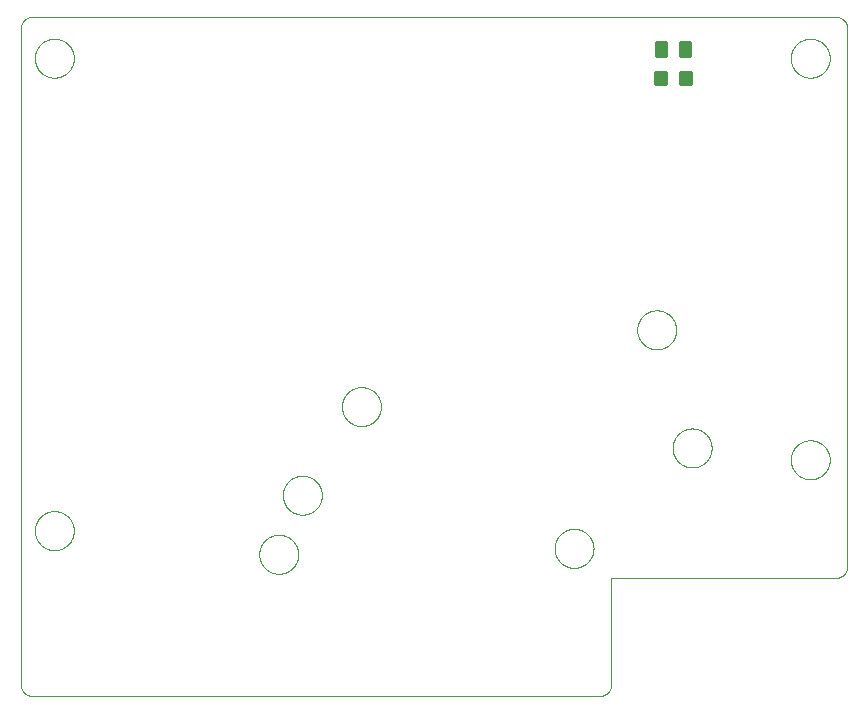
<source format=gtp>
G75*
%MOIN*%
%OFA0B0*%
%FSLAX25Y25*%
%IPPOS*%
%LPD*%
%AMOC8*
5,1,8,0,0,1.08239X$1,22.5*
%
%ADD10C,0.00000*%
%ADD11C,0.01602*%
%ADD12C,0.01606*%
D10*
X0005437Y0001500D02*
X0194413Y0001500D01*
X0194537Y0001502D01*
X0194660Y0001508D01*
X0194784Y0001517D01*
X0194906Y0001531D01*
X0195029Y0001548D01*
X0195151Y0001570D01*
X0195272Y0001595D01*
X0195392Y0001624D01*
X0195511Y0001656D01*
X0195630Y0001693D01*
X0195747Y0001733D01*
X0195862Y0001776D01*
X0195977Y0001824D01*
X0196089Y0001875D01*
X0196200Y0001929D01*
X0196310Y0001987D01*
X0196417Y0002048D01*
X0196523Y0002113D01*
X0196626Y0002181D01*
X0196727Y0002252D01*
X0196826Y0002326D01*
X0196923Y0002403D01*
X0197017Y0002484D01*
X0197108Y0002567D01*
X0197197Y0002653D01*
X0197283Y0002742D01*
X0197366Y0002833D01*
X0197447Y0002927D01*
X0197524Y0003024D01*
X0197598Y0003123D01*
X0197669Y0003224D01*
X0197737Y0003327D01*
X0197802Y0003433D01*
X0197863Y0003540D01*
X0197921Y0003650D01*
X0197975Y0003761D01*
X0198026Y0003873D01*
X0198074Y0003988D01*
X0198117Y0004103D01*
X0198157Y0004220D01*
X0198194Y0004339D01*
X0198226Y0004458D01*
X0198255Y0004578D01*
X0198280Y0004699D01*
X0198302Y0004821D01*
X0198319Y0004944D01*
X0198333Y0005066D01*
X0198342Y0005190D01*
X0198348Y0005313D01*
X0198350Y0005437D01*
X0198350Y0040870D01*
X0273154Y0040870D01*
X0273278Y0040872D01*
X0273401Y0040878D01*
X0273525Y0040887D01*
X0273647Y0040901D01*
X0273770Y0040918D01*
X0273892Y0040940D01*
X0274013Y0040965D01*
X0274133Y0040994D01*
X0274252Y0041026D01*
X0274371Y0041063D01*
X0274488Y0041103D01*
X0274603Y0041146D01*
X0274718Y0041194D01*
X0274830Y0041245D01*
X0274941Y0041299D01*
X0275051Y0041357D01*
X0275158Y0041418D01*
X0275264Y0041483D01*
X0275367Y0041551D01*
X0275468Y0041622D01*
X0275567Y0041696D01*
X0275664Y0041773D01*
X0275758Y0041854D01*
X0275849Y0041937D01*
X0275938Y0042023D01*
X0276024Y0042112D01*
X0276107Y0042203D01*
X0276188Y0042297D01*
X0276265Y0042394D01*
X0276339Y0042493D01*
X0276410Y0042594D01*
X0276478Y0042697D01*
X0276543Y0042803D01*
X0276604Y0042910D01*
X0276662Y0043020D01*
X0276716Y0043131D01*
X0276767Y0043243D01*
X0276815Y0043358D01*
X0276858Y0043473D01*
X0276898Y0043590D01*
X0276935Y0043709D01*
X0276967Y0043828D01*
X0276996Y0043948D01*
X0277021Y0044069D01*
X0277043Y0044191D01*
X0277060Y0044314D01*
X0277074Y0044436D01*
X0277083Y0044560D01*
X0277089Y0044683D01*
X0277091Y0044807D01*
X0277091Y0223941D01*
X0277089Y0224065D01*
X0277083Y0224188D01*
X0277074Y0224312D01*
X0277060Y0224434D01*
X0277043Y0224557D01*
X0277021Y0224679D01*
X0276996Y0224800D01*
X0276967Y0224920D01*
X0276935Y0225039D01*
X0276898Y0225158D01*
X0276858Y0225275D01*
X0276815Y0225390D01*
X0276767Y0225505D01*
X0276716Y0225617D01*
X0276662Y0225728D01*
X0276604Y0225838D01*
X0276543Y0225945D01*
X0276478Y0226051D01*
X0276410Y0226154D01*
X0276339Y0226255D01*
X0276265Y0226354D01*
X0276188Y0226451D01*
X0276107Y0226545D01*
X0276024Y0226636D01*
X0275938Y0226725D01*
X0275849Y0226811D01*
X0275758Y0226894D01*
X0275664Y0226975D01*
X0275567Y0227052D01*
X0275468Y0227126D01*
X0275367Y0227197D01*
X0275264Y0227265D01*
X0275158Y0227330D01*
X0275051Y0227391D01*
X0274941Y0227449D01*
X0274830Y0227503D01*
X0274718Y0227554D01*
X0274603Y0227602D01*
X0274488Y0227645D01*
X0274371Y0227685D01*
X0274252Y0227722D01*
X0274133Y0227754D01*
X0274013Y0227783D01*
X0273892Y0227808D01*
X0273770Y0227830D01*
X0273647Y0227847D01*
X0273525Y0227861D01*
X0273401Y0227870D01*
X0273278Y0227876D01*
X0273154Y0227878D01*
X0005437Y0227878D01*
X0005313Y0227876D01*
X0005190Y0227870D01*
X0005066Y0227861D01*
X0004944Y0227847D01*
X0004821Y0227830D01*
X0004699Y0227808D01*
X0004578Y0227783D01*
X0004458Y0227754D01*
X0004339Y0227722D01*
X0004220Y0227685D01*
X0004103Y0227645D01*
X0003988Y0227602D01*
X0003873Y0227554D01*
X0003761Y0227503D01*
X0003650Y0227449D01*
X0003540Y0227391D01*
X0003433Y0227330D01*
X0003327Y0227265D01*
X0003224Y0227197D01*
X0003123Y0227126D01*
X0003024Y0227052D01*
X0002927Y0226975D01*
X0002833Y0226894D01*
X0002742Y0226811D01*
X0002653Y0226725D01*
X0002567Y0226636D01*
X0002484Y0226545D01*
X0002403Y0226451D01*
X0002326Y0226354D01*
X0002252Y0226255D01*
X0002181Y0226154D01*
X0002113Y0226051D01*
X0002048Y0225945D01*
X0001987Y0225838D01*
X0001929Y0225728D01*
X0001875Y0225617D01*
X0001824Y0225505D01*
X0001776Y0225390D01*
X0001733Y0225275D01*
X0001693Y0225158D01*
X0001656Y0225039D01*
X0001624Y0224920D01*
X0001595Y0224800D01*
X0001570Y0224679D01*
X0001548Y0224557D01*
X0001531Y0224434D01*
X0001517Y0224312D01*
X0001508Y0224188D01*
X0001502Y0224065D01*
X0001500Y0223941D01*
X0001500Y0005437D01*
X0001502Y0005313D01*
X0001508Y0005190D01*
X0001517Y0005066D01*
X0001531Y0004944D01*
X0001548Y0004821D01*
X0001570Y0004699D01*
X0001595Y0004578D01*
X0001624Y0004458D01*
X0001656Y0004339D01*
X0001693Y0004220D01*
X0001733Y0004103D01*
X0001776Y0003988D01*
X0001824Y0003873D01*
X0001875Y0003761D01*
X0001929Y0003650D01*
X0001987Y0003540D01*
X0002048Y0003433D01*
X0002113Y0003327D01*
X0002181Y0003224D01*
X0002252Y0003123D01*
X0002326Y0003024D01*
X0002403Y0002927D01*
X0002484Y0002833D01*
X0002567Y0002742D01*
X0002653Y0002653D01*
X0002742Y0002567D01*
X0002833Y0002484D01*
X0002927Y0002403D01*
X0003024Y0002326D01*
X0003123Y0002252D01*
X0003224Y0002181D01*
X0003327Y0002113D01*
X0003433Y0002048D01*
X0003540Y0001987D01*
X0003650Y0001929D01*
X0003761Y0001875D01*
X0003873Y0001824D01*
X0003988Y0001776D01*
X0004103Y0001733D01*
X0004220Y0001693D01*
X0004339Y0001656D01*
X0004458Y0001624D01*
X0004578Y0001595D01*
X0004699Y0001570D01*
X0004821Y0001548D01*
X0004944Y0001531D01*
X0005066Y0001517D01*
X0005190Y0001508D01*
X0005313Y0001502D01*
X0005437Y0001500D01*
X0006220Y0056618D02*
X0006222Y0056779D01*
X0006228Y0056939D01*
X0006238Y0057100D01*
X0006252Y0057260D01*
X0006270Y0057420D01*
X0006291Y0057579D01*
X0006317Y0057738D01*
X0006347Y0057896D01*
X0006380Y0058053D01*
X0006418Y0058210D01*
X0006459Y0058365D01*
X0006504Y0058519D01*
X0006553Y0058672D01*
X0006606Y0058824D01*
X0006662Y0058975D01*
X0006723Y0059124D01*
X0006786Y0059272D01*
X0006854Y0059418D01*
X0006925Y0059562D01*
X0006999Y0059704D01*
X0007077Y0059845D01*
X0007159Y0059983D01*
X0007244Y0060120D01*
X0007332Y0060254D01*
X0007424Y0060386D01*
X0007519Y0060516D01*
X0007617Y0060644D01*
X0007718Y0060769D01*
X0007822Y0060891D01*
X0007929Y0061011D01*
X0008039Y0061128D01*
X0008152Y0061243D01*
X0008268Y0061354D01*
X0008387Y0061463D01*
X0008508Y0061568D01*
X0008632Y0061671D01*
X0008758Y0061771D01*
X0008886Y0061867D01*
X0009017Y0061960D01*
X0009151Y0062050D01*
X0009286Y0062137D01*
X0009424Y0062220D01*
X0009563Y0062300D01*
X0009705Y0062376D01*
X0009848Y0062449D01*
X0009993Y0062518D01*
X0010140Y0062584D01*
X0010288Y0062646D01*
X0010438Y0062704D01*
X0010589Y0062759D01*
X0010742Y0062810D01*
X0010896Y0062857D01*
X0011051Y0062900D01*
X0011207Y0062939D01*
X0011363Y0062975D01*
X0011521Y0063006D01*
X0011679Y0063034D01*
X0011838Y0063058D01*
X0011998Y0063078D01*
X0012158Y0063094D01*
X0012318Y0063106D01*
X0012479Y0063114D01*
X0012640Y0063118D01*
X0012800Y0063118D01*
X0012961Y0063114D01*
X0013122Y0063106D01*
X0013282Y0063094D01*
X0013442Y0063078D01*
X0013602Y0063058D01*
X0013761Y0063034D01*
X0013919Y0063006D01*
X0014077Y0062975D01*
X0014233Y0062939D01*
X0014389Y0062900D01*
X0014544Y0062857D01*
X0014698Y0062810D01*
X0014851Y0062759D01*
X0015002Y0062704D01*
X0015152Y0062646D01*
X0015300Y0062584D01*
X0015447Y0062518D01*
X0015592Y0062449D01*
X0015735Y0062376D01*
X0015877Y0062300D01*
X0016016Y0062220D01*
X0016154Y0062137D01*
X0016289Y0062050D01*
X0016423Y0061960D01*
X0016554Y0061867D01*
X0016682Y0061771D01*
X0016808Y0061671D01*
X0016932Y0061568D01*
X0017053Y0061463D01*
X0017172Y0061354D01*
X0017288Y0061243D01*
X0017401Y0061128D01*
X0017511Y0061011D01*
X0017618Y0060891D01*
X0017722Y0060769D01*
X0017823Y0060644D01*
X0017921Y0060516D01*
X0018016Y0060386D01*
X0018108Y0060254D01*
X0018196Y0060120D01*
X0018281Y0059983D01*
X0018363Y0059845D01*
X0018441Y0059704D01*
X0018515Y0059562D01*
X0018586Y0059418D01*
X0018654Y0059272D01*
X0018717Y0059124D01*
X0018778Y0058975D01*
X0018834Y0058824D01*
X0018887Y0058672D01*
X0018936Y0058519D01*
X0018981Y0058365D01*
X0019022Y0058210D01*
X0019060Y0058053D01*
X0019093Y0057896D01*
X0019123Y0057738D01*
X0019149Y0057579D01*
X0019170Y0057420D01*
X0019188Y0057260D01*
X0019202Y0057100D01*
X0019212Y0056939D01*
X0019218Y0056779D01*
X0019220Y0056618D01*
X0019218Y0056457D01*
X0019212Y0056297D01*
X0019202Y0056136D01*
X0019188Y0055976D01*
X0019170Y0055816D01*
X0019149Y0055657D01*
X0019123Y0055498D01*
X0019093Y0055340D01*
X0019060Y0055183D01*
X0019022Y0055026D01*
X0018981Y0054871D01*
X0018936Y0054717D01*
X0018887Y0054564D01*
X0018834Y0054412D01*
X0018778Y0054261D01*
X0018717Y0054112D01*
X0018654Y0053964D01*
X0018586Y0053818D01*
X0018515Y0053674D01*
X0018441Y0053532D01*
X0018363Y0053391D01*
X0018281Y0053253D01*
X0018196Y0053116D01*
X0018108Y0052982D01*
X0018016Y0052850D01*
X0017921Y0052720D01*
X0017823Y0052592D01*
X0017722Y0052467D01*
X0017618Y0052345D01*
X0017511Y0052225D01*
X0017401Y0052108D01*
X0017288Y0051993D01*
X0017172Y0051882D01*
X0017053Y0051773D01*
X0016932Y0051668D01*
X0016808Y0051565D01*
X0016682Y0051465D01*
X0016554Y0051369D01*
X0016423Y0051276D01*
X0016289Y0051186D01*
X0016154Y0051099D01*
X0016016Y0051016D01*
X0015877Y0050936D01*
X0015735Y0050860D01*
X0015592Y0050787D01*
X0015447Y0050718D01*
X0015300Y0050652D01*
X0015152Y0050590D01*
X0015002Y0050532D01*
X0014851Y0050477D01*
X0014698Y0050426D01*
X0014544Y0050379D01*
X0014389Y0050336D01*
X0014233Y0050297D01*
X0014077Y0050261D01*
X0013919Y0050230D01*
X0013761Y0050202D01*
X0013602Y0050178D01*
X0013442Y0050158D01*
X0013282Y0050142D01*
X0013122Y0050130D01*
X0012961Y0050122D01*
X0012800Y0050118D01*
X0012640Y0050118D01*
X0012479Y0050122D01*
X0012318Y0050130D01*
X0012158Y0050142D01*
X0011998Y0050158D01*
X0011838Y0050178D01*
X0011679Y0050202D01*
X0011521Y0050230D01*
X0011363Y0050261D01*
X0011207Y0050297D01*
X0011051Y0050336D01*
X0010896Y0050379D01*
X0010742Y0050426D01*
X0010589Y0050477D01*
X0010438Y0050532D01*
X0010288Y0050590D01*
X0010140Y0050652D01*
X0009993Y0050718D01*
X0009848Y0050787D01*
X0009705Y0050860D01*
X0009563Y0050936D01*
X0009424Y0051016D01*
X0009286Y0051099D01*
X0009151Y0051186D01*
X0009017Y0051276D01*
X0008886Y0051369D01*
X0008758Y0051465D01*
X0008632Y0051565D01*
X0008508Y0051668D01*
X0008387Y0051773D01*
X0008268Y0051882D01*
X0008152Y0051993D01*
X0008039Y0052108D01*
X0007929Y0052225D01*
X0007822Y0052345D01*
X0007718Y0052467D01*
X0007617Y0052592D01*
X0007519Y0052720D01*
X0007424Y0052850D01*
X0007332Y0052982D01*
X0007244Y0053116D01*
X0007159Y0053253D01*
X0007077Y0053391D01*
X0006999Y0053532D01*
X0006925Y0053674D01*
X0006854Y0053818D01*
X0006786Y0053964D01*
X0006723Y0054112D01*
X0006662Y0054261D01*
X0006606Y0054412D01*
X0006553Y0054564D01*
X0006504Y0054717D01*
X0006459Y0054871D01*
X0006418Y0055026D01*
X0006380Y0055183D01*
X0006347Y0055340D01*
X0006317Y0055498D01*
X0006291Y0055657D01*
X0006270Y0055816D01*
X0006252Y0055976D01*
X0006238Y0056136D01*
X0006228Y0056297D01*
X0006222Y0056457D01*
X0006220Y0056618D01*
X0081024Y0048744D02*
X0081026Y0048905D01*
X0081032Y0049065D01*
X0081042Y0049226D01*
X0081056Y0049386D01*
X0081074Y0049546D01*
X0081095Y0049705D01*
X0081121Y0049864D01*
X0081151Y0050022D01*
X0081184Y0050179D01*
X0081222Y0050336D01*
X0081263Y0050491D01*
X0081308Y0050645D01*
X0081357Y0050798D01*
X0081410Y0050950D01*
X0081466Y0051101D01*
X0081527Y0051250D01*
X0081590Y0051398D01*
X0081658Y0051544D01*
X0081729Y0051688D01*
X0081803Y0051830D01*
X0081881Y0051971D01*
X0081963Y0052109D01*
X0082048Y0052246D01*
X0082136Y0052380D01*
X0082228Y0052512D01*
X0082323Y0052642D01*
X0082421Y0052770D01*
X0082522Y0052895D01*
X0082626Y0053017D01*
X0082733Y0053137D01*
X0082843Y0053254D01*
X0082956Y0053369D01*
X0083072Y0053480D01*
X0083191Y0053589D01*
X0083312Y0053694D01*
X0083436Y0053797D01*
X0083562Y0053897D01*
X0083690Y0053993D01*
X0083821Y0054086D01*
X0083955Y0054176D01*
X0084090Y0054263D01*
X0084228Y0054346D01*
X0084367Y0054426D01*
X0084509Y0054502D01*
X0084652Y0054575D01*
X0084797Y0054644D01*
X0084944Y0054710D01*
X0085092Y0054772D01*
X0085242Y0054830D01*
X0085393Y0054885D01*
X0085546Y0054936D01*
X0085700Y0054983D01*
X0085855Y0055026D01*
X0086011Y0055065D01*
X0086167Y0055101D01*
X0086325Y0055132D01*
X0086483Y0055160D01*
X0086642Y0055184D01*
X0086802Y0055204D01*
X0086962Y0055220D01*
X0087122Y0055232D01*
X0087283Y0055240D01*
X0087444Y0055244D01*
X0087604Y0055244D01*
X0087765Y0055240D01*
X0087926Y0055232D01*
X0088086Y0055220D01*
X0088246Y0055204D01*
X0088406Y0055184D01*
X0088565Y0055160D01*
X0088723Y0055132D01*
X0088881Y0055101D01*
X0089037Y0055065D01*
X0089193Y0055026D01*
X0089348Y0054983D01*
X0089502Y0054936D01*
X0089655Y0054885D01*
X0089806Y0054830D01*
X0089956Y0054772D01*
X0090104Y0054710D01*
X0090251Y0054644D01*
X0090396Y0054575D01*
X0090539Y0054502D01*
X0090681Y0054426D01*
X0090820Y0054346D01*
X0090958Y0054263D01*
X0091093Y0054176D01*
X0091227Y0054086D01*
X0091358Y0053993D01*
X0091486Y0053897D01*
X0091612Y0053797D01*
X0091736Y0053694D01*
X0091857Y0053589D01*
X0091976Y0053480D01*
X0092092Y0053369D01*
X0092205Y0053254D01*
X0092315Y0053137D01*
X0092422Y0053017D01*
X0092526Y0052895D01*
X0092627Y0052770D01*
X0092725Y0052642D01*
X0092820Y0052512D01*
X0092912Y0052380D01*
X0093000Y0052246D01*
X0093085Y0052109D01*
X0093167Y0051971D01*
X0093245Y0051830D01*
X0093319Y0051688D01*
X0093390Y0051544D01*
X0093458Y0051398D01*
X0093521Y0051250D01*
X0093582Y0051101D01*
X0093638Y0050950D01*
X0093691Y0050798D01*
X0093740Y0050645D01*
X0093785Y0050491D01*
X0093826Y0050336D01*
X0093864Y0050179D01*
X0093897Y0050022D01*
X0093927Y0049864D01*
X0093953Y0049705D01*
X0093974Y0049546D01*
X0093992Y0049386D01*
X0094006Y0049226D01*
X0094016Y0049065D01*
X0094022Y0048905D01*
X0094024Y0048744D01*
X0094022Y0048583D01*
X0094016Y0048423D01*
X0094006Y0048262D01*
X0093992Y0048102D01*
X0093974Y0047942D01*
X0093953Y0047783D01*
X0093927Y0047624D01*
X0093897Y0047466D01*
X0093864Y0047309D01*
X0093826Y0047152D01*
X0093785Y0046997D01*
X0093740Y0046843D01*
X0093691Y0046690D01*
X0093638Y0046538D01*
X0093582Y0046387D01*
X0093521Y0046238D01*
X0093458Y0046090D01*
X0093390Y0045944D01*
X0093319Y0045800D01*
X0093245Y0045658D01*
X0093167Y0045517D01*
X0093085Y0045379D01*
X0093000Y0045242D01*
X0092912Y0045108D01*
X0092820Y0044976D01*
X0092725Y0044846D01*
X0092627Y0044718D01*
X0092526Y0044593D01*
X0092422Y0044471D01*
X0092315Y0044351D01*
X0092205Y0044234D01*
X0092092Y0044119D01*
X0091976Y0044008D01*
X0091857Y0043899D01*
X0091736Y0043794D01*
X0091612Y0043691D01*
X0091486Y0043591D01*
X0091358Y0043495D01*
X0091227Y0043402D01*
X0091093Y0043312D01*
X0090958Y0043225D01*
X0090820Y0043142D01*
X0090681Y0043062D01*
X0090539Y0042986D01*
X0090396Y0042913D01*
X0090251Y0042844D01*
X0090104Y0042778D01*
X0089956Y0042716D01*
X0089806Y0042658D01*
X0089655Y0042603D01*
X0089502Y0042552D01*
X0089348Y0042505D01*
X0089193Y0042462D01*
X0089037Y0042423D01*
X0088881Y0042387D01*
X0088723Y0042356D01*
X0088565Y0042328D01*
X0088406Y0042304D01*
X0088246Y0042284D01*
X0088086Y0042268D01*
X0087926Y0042256D01*
X0087765Y0042248D01*
X0087604Y0042244D01*
X0087444Y0042244D01*
X0087283Y0042248D01*
X0087122Y0042256D01*
X0086962Y0042268D01*
X0086802Y0042284D01*
X0086642Y0042304D01*
X0086483Y0042328D01*
X0086325Y0042356D01*
X0086167Y0042387D01*
X0086011Y0042423D01*
X0085855Y0042462D01*
X0085700Y0042505D01*
X0085546Y0042552D01*
X0085393Y0042603D01*
X0085242Y0042658D01*
X0085092Y0042716D01*
X0084944Y0042778D01*
X0084797Y0042844D01*
X0084652Y0042913D01*
X0084509Y0042986D01*
X0084367Y0043062D01*
X0084228Y0043142D01*
X0084090Y0043225D01*
X0083955Y0043312D01*
X0083821Y0043402D01*
X0083690Y0043495D01*
X0083562Y0043591D01*
X0083436Y0043691D01*
X0083312Y0043794D01*
X0083191Y0043899D01*
X0083072Y0044008D01*
X0082956Y0044119D01*
X0082843Y0044234D01*
X0082733Y0044351D01*
X0082626Y0044471D01*
X0082522Y0044593D01*
X0082421Y0044718D01*
X0082323Y0044846D01*
X0082228Y0044976D01*
X0082136Y0045108D01*
X0082048Y0045242D01*
X0081963Y0045379D01*
X0081881Y0045517D01*
X0081803Y0045658D01*
X0081729Y0045800D01*
X0081658Y0045944D01*
X0081590Y0046090D01*
X0081527Y0046238D01*
X0081466Y0046387D01*
X0081410Y0046538D01*
X0081357Y0046690D01*
X0081308Y0046843D01*
X0081263Y0046997D01*
X0081222Y0047152D01*
X0081184Y0047309D01*
X0081151Y0047466D01*
X0081121Y0047624D01*
X0081095Y0047783D01*
X0081074Y0047942D01*
X0081056Y0048102D01*
X0081042Y0048262D01*
X0081032Y0048423D01*
X0081026Y0048583D01*
X0081024Y0048744D01*
X0088898Y0068429D02*
X0088900Y0068590D01*
X0088906Y0068750D01*
X0088916Y0068911D01*
X0088930Y0069071D01*
X0088948Y0069231D01*
X0088969Y0069390D01*
X0088995Y0069549D01*
X0089025Y0069707D01*
X0089058Y0069864D01*
X0089096Y0070021D01*
X0089137Y0070176D01*
X0089182Y0070330D01*
X0089231Y0070483D01*
X0089284Y0070635D01*
X0089340Y0070786D01*
X0089401Y0070935D01*
X0089464Y0071083D01*
X0089532Y0071229D01*
X0089603Y0071373D01*
X0089677Y0071515D01*
X0089755Y0071656D01*
X0089837Y0071794D01*
X0089922Y0071931D01*
X0090010Y0072065D01*
X0090102Y0072197D01*
X0090197Y0072327D01*
X0090295Y0072455D01*
X0090396Y0072580D01*
X0090500Y0072702D01*
X0090607Y0072822D01*
X0090717Y0072939D01*
X0090830Y0073054D01*
X0090946Y0073165D01*
X0091065Y0073274D01*
X0091186Y0073379D01*
X0091310Y0073482D01*
X0091436Y0073582D01*
X0091564Y0073678D01*
X0091695Y0073771D01*
X0091829Y0073861D01*
X0091964Y0073948D01*
X0092102Y0074031D01*
X0092241Y0074111D01*
X0092383Y0074187D01*
X0092526Y0074260D01*
X0092671Y0074329D01*
X0092818Y0074395D01*
X0092966Y0074457D01*
X0093116Y0074515D01*
X0093267Y0074570D01*
X0093420Y0074621D01*
X0093574Y0074668D01*
X0093729Y0074711D01*
X0093885Y0074750D01*
X0094041Y0074786D01*
X0094199Y0074817D01*
X0094357Y0074845D01*
X0094516Y0074869D01*
X0094676Y0074889D01*
X0094836Y0074905D01*
X0094996Y0074917D01*
X0095157Y0074925D01*
X0095318Y0074929D01*
X0095478Y0074929D01*
X0095639Y0074925D01*
X0095800Y0074917D01*
X0095960Y0074905D01*
X0096120Y0074889D01*
X0096280Y0074869D01*
X0096439Y0074845D01*
X0096597Y0074817D01*
X0096755Y0074786D01*
X0096911Y0074750D01*
X0097067Y0074711D01*
X0097222Y0074668D01*
X0097376Y0074621D01*
X0097529Y0074570D01*
X0097680Y0074515D01*
X0097830Y0074457D01*
X0097978Y0074395D01*
X0098125Y0074329D01*
X0098270Y0074260D01*
X0098413Y0074187D01*
X0098555Y0074111D01*
X0098694Y0074031D01*
X0098832Y0073948D01*
X0098967Y0073861D01*
X0099101Y0073771D01*
X0099232Y0073678D01*
X0099360Y0073582D01*
X0099486Y0073482D01*
X0099610Y0073379D01*
X0099731Y0073274D01*
X0099850Y0073165D01*
X0099966Y0073054D01*
X0100079Y0072939D01*
X0100189Y0072822D01*
X0100296Y0072702D01*
X0100400Y0072580D01*
X0100501Y0072455D01*
X0100599Y0072327D01*
X0100694Y0072197D01*
X0100786Y0072065D01*
X0100874Y0071931D01*
X0100959Y0071794D01*
X0101041Y0071656D01*
X0101119Y0071515D01*
X0101193Y0071373D01*
X0101264Y0071229D01*
X0101332Y0071083D01*
X0101395Y0070935D01*
X0101456Y0070786D01*
X0101512Y0070635D01*
X0101565Y0070483D01*
X0101614Y0070330D01*
X0101659Y0070176D01*
X0101700Y0070021D01*
X0101738Y0069864D01*
X0101771Y0069707D01*
X0101801Y0069549D01*
X0101827Y0069390D01*
X0101848Y0069231D01*
X0101866Y0069071D01*
X0101880Y0068911D01*
X0101890Y0068750D01*
X0101896Y0068590D01*
X0101898Y0068429D01*
X0101896Y0068268D01*
X0101890Y0068108D01*
X0101880Y0067947D01*
X0101866Y0067787D01*
X0101848Y0067627D01*
X0101827Y0067468D01*
X0101801Y0067309D01*
X0101771Y0067151D01*
X0101738Y0066994D01*
X0101700Y0066837D01*
X0101659Y0066682D01*
X0101614Y0066528D01*
X0101565Y0066375D01*
X0101512Y0066223D01*
X0101456Y0066072D01*
X0101395Y0065923D01*
X0101332Y0065775D01*
X0101264Y0065629D01*
X0101193Y0065485D01*
X0101119Y0065343D01*
X0101041Y0065202D01*
X0100959Y0065064D01*
X0100874Y0064927D01*
X0100786Y0064793D01*
X0100694Y0064661D01*
X0100599Y0064531D01*
X0100501Y0064403D01*
X0100400Y0064278D01*
X0100296Y0064156D01*
X0100189Y0064036D01*
X0100079Y0063919D01*
X0099966Y0063804D01*
X0099850Y0063693D01*
X0099731Y0063584D01*
X0099610Y0063479D01*
X0099486Y0063376D01*
X0099360Y0063276D01*
X0099232Y0063180D01*
X0099101Y0063087D01*
X0098967Y0062997D01*
X0098832Y0062910D01*
X0098694Y0062827D01*
X0098555Y0062747D01*
X0098413Y0062671D01*
X0098270Y0062598D01*
X0098125Y0062529D01*
X0097978Y0062463D01*
X0097830Y0062401D01*
X0097680Y0062343D01*
X0097529Y0062288D01*
X0097376Y0062237D01*
X0097222Y0062190D01*
X0097067Y0062147D01*
X0096911Y0062108D01*
X0096755Y0062072D01*
X0096597Y0062041D01*
X0096439Y0062013D01*
X0096280Y0061989D01*
X0096120Y0061969D01*
X0095960Y0061953D01*
X0095800Y0061941D01*
X0095639Y0061933D01*
X0095478Y0061929D01*
X0095318Y0061929D01*
X0095157Y0061933D01*
X0094996Y0061941D01*
X0094836Y0061953D01*
X0094676Y0061969D01*
X0094516Y0061989D01*
X0094357Y0062013D01*
X0094199Y0062041D01*
X0094041Y0062072D01*
X0093885Y0062108D01*
X0093729Y0062147D01*
X0093574Y0062190D01*
X0093420Y0062237D01*
X0093267Y0062288D01*
X0093116Y0062343D01*
X0092966Y0062401D01*
X0092818Y0062463D01*
X0092671Y0062529D01*
X0092526Y0062598D01*
X0092383Y0062671D01*
X0092241Y0062747D01*
X0092102Y0062827D01*
X0091964Y0062910D01*
X0091829Y0062997D01*
X0091695Y0063087D01*
X0091564Y0063180D01*
X0091436Y0063276D01*
X0091310Y0063376D01*
X0091186Y0063479D01*
X0091065Y0063584D01*
X0090946Y0063693D01*
X0090830Y0063804D01*
X0090717Y0063919D01*
X0090607Y0064036D01*
X0090500Y0064156D01*
X0090396Y0064278D01*
X0090295Y0064403D01*
X0090197Y0064531D01*
X0090102Y0064661D01*
X0090010Y0064793D01*
X0089922Y0064927D01*
X0089837Y0065064D01*
X0089755Y0065202D01*
X0089677Y0065343D01*
X0089603Y0065485D01*
X0089532Y0065629D01*
X0089464Y0065775D01*
X0089401Y0065923D01*
X0089340Y0066072D01*
X0089284Y0066223D01*
X0089231Y0066375D01*
X0089182Y0066528D01*
X0089137Y0066682D01*
X0089096Y0066837D01*
X0089058Y0066994D01*
X0089025Y0067151D01*
X0088995Y0067309D01*
X0088969Y0067468D01*
X0088948Y0067627D01*
X0088930Y0067787D01*
X0088916Y0067947D01*
X0088906Y0068108D01*
X0088900Y0068268D01*
X0088898Y0068429D01*
X0108583Y0097957D02*
X0108585Y0098118D01*
X0108591Y0098278D01*
X0108601Y0098439D01*
X0108615Y0098599D01*
X0108633Y0098759D01*
X0108654Y0098918D01*
X0108680Y0099077D01*
X0108710Y0099235D01*
X0108743Y0099392D01*
X0108781Y0099549D01*
X0108822Y0099704D01*
X0108867Y0099858D01*
X0108916Y0100011D01*
X0108969Y0100163D01*
X0109025Y0100314D01*
X0109086Y0100463D01*
X0109149Y0100611D01*
X0109217Y0100757D01*
X0109288Y0100901D01*
X0109362Y0101043D01*
X0109440Y0101184D01*
X0109522Y0101322D01*
X0109607Y0101459D01*
X0109695Y0101593D01*
X0109787Y0101725D01*
X0109882Y0101855D01*
X0109980Y0101983D01*
X0110081Y0102108D01*
X0110185Y0102230D01*
X0110292Y0102350D01*
X0110402Y0102467D01*
X0110515Y0102582D01*
X0110631Y0102693D01*
X0110750Y0102802D01*
X0110871Y0102907D01*
X0110995Y0103010D01*
X0111121Y0103110D01*
X0111249Y0103206D01*
X0111380Y0103299D01*
X0111514Y0103389D01*
X0111649Y0103476D01*
X0111787Y0103559D01*
X0111926Y0103639D01*
X0112068Y0103715D01*
X0112211Y0103788D01*
X0112356Y0103857D01*
X0112503Y0103923D01*
X0112651Y0103985D01*
X0112801Y0104043D01*
X0112952Y0104098D01*
X0113105Y0104149D01*
X0113259Y0104196D01*
X0113414Y0104239D01*
X0113570Y0104278D01*
X0113726Y0104314D01*
X0113884Y0104345D01*
X0114042Y0104373D01*
X0114201Y0104397D01*
X0114361Y0104417D01*
X0114521Y0104433D01*
X0114681Y0104445D01*
X0114842Y0104453D01*
X0115003Y0104457D01*
X0115163Y0104457D01*
X0115324Y0104453D01*
X0115485Y0104445D01*
X0115645Y0104433D01*
X0115805Y0104417D01*
X0115965Y0104397D01*
X0116124Y0104373D01*
X0116282Y0104345D01*
X0116440Y0104314D01*
X0116596Y0104278D01*
X0116752Y0104239D01*
X0116907Y0104196D01*
X0117061Y0104149D01*
X0117214Y0104098D01*
X0117365Y0104043D01*
X0117515Y0103985D01*
X0117663Y0103923D01*
X0117810Y0103857D01*
X0117955Y0103788D01*
X0118098Y0103715D01*
X0118240Y0103639D01*
X0118379Y0103559D01*
X0118517Y0103476D01*
X0118652Y0103389D01*
X0118786Y0103299D01*
X0118917Y0103206D01*
X0119045Y0103110D01*
X0119171Y0103010D01*
X0119295Y0102907D01*
X0119416Y0102802D01*
X0119535Y0102693D01*
X0119651Y0102582D01*
X0119764Y0102467D01*
X0119874Y0102350D01*
X0119981Y0102230D01*
X0120085Y0102108D01*
X0120186Y0101983D01*
X0120284Y0101855D01*
X0120379Y0101725D01*
X0120471Y0101593D01*
X0120559Y0101459D01*
X0120644Y0101322D01*
X0120726Y0101184D01*
X0120804Y0101043D01*
X0120878Y0100901D01*
X0120949Y0100757D01*
X0121017Y0100611D01*
X0121080Y0100463D01*
X0121141Y0100314D01*
X0121197Y0100163D01*
X0121250Y0100011D01*
X0121299Y0099858D01*
X0121344Y0099704D01*
X0121385Y0099549D01*
X0121423Y0099392D01*
X0121456Y0099235D01*
X0121486Y0099077D01*
X0121512Y0098918D01*
X0121533Y0098759D01*
X0121551Y0098599D01*
X0121565Y0098439D01*
X0121575Y0098278D01*
X0121581Y0098118D01*
X0121583Y0097957D01*
X0121581Y0097796D01*
X0121575Y0097636D01*
X0121565Y0097475D01*
X0121551Y0097315D01*
X0121533Y0097155D01*
X0121512Y0096996D01*
X0121486Y0096837D01*
X0121456Y0096679D01*
X0121423Y0096522D01*
X0121385Y0096365D01*
X0121344Y0096210D01*
X0121299Y0096056D01*
X0121250Y0095903D01*
X0121197Y0095751D01*
X0121141Y0095600D01*
X0121080Y0095451D01*
X0121017Y0095303D01*
X0120949Y0095157D01*
X0120878Y0095013D01*
X0120804Y0094871D01*
X0120726Y0094730D01*
X0120644Y0094592D01*
X0120559Y0094455D01*
X0120471Y0094321D01*
X0120379Y0094189D01*
X0120284Y0094059D01*
X0120186Y0093931D01*
X0120085Y0093806D01*
X0119981Y0093684D01*
X0119874Y0093564D01*
X0119764Y0093447D01*
X0119651Y0093332D01*
X0119535Y0093221D01*
X0119416Y0093112D01*
X0119295Y0093007D01*
X0119171Y0092904D01*
X0119045Y0092804D01*
X0118917Y0092708D01*
X0118786Y0092615D01*
X0118652Y0092525D01*
X0118517Y0092438D01*
X0118379Y0092355D01*
X0118240Y0092275D01*
X0118098Y0092199D01*
X0117955Y0092126D01*
X0117810Y0092057D01*
X0117663Y0091991D01*
X0117515Y0091929D01*
X0117365Y0091871D01*
X0117214Y0091816D01*
X0117061Y0091765D01*
X0116907Y0091718D01*
X0116752Y0091675D01*
X0116596Y0091636D01*
X0116440Y0091600D01*
X0116282Y0091569D01*
X0116124Y0091541D01*
X0115965Y0091517D01*
X0115805Y0091497D01*
X0115645Y0091481D01*
X0115485Y0091469D01*
X0115324Y0091461D01*
X0115163Y0091457D01*
X0115003Y0091457D01*
X0114842Y0091461D01*
X0114681Y0091469D01*
X0114521Y0091481D01*
X0114361Y0091497D01*
X0114201Y0091517D01*
X0114042Y0091541D01*
X0113884Y0091569D01*
X0113726Y0091600D01*
X0113570Y0091636D01*
X0113414Y0091675D01*
X0113259Y0091718D01*
X0113105Y0091765D01*
X0112952Y0091816D01*
X0112801Y0091871D01*
X0112651Y0091929D01*
X0112503Y0091991D01*
X0112356Y0092057D01*
X0112211Y0092126D01*
X0112068Y0092199D01*
X0111926Y0092275D01*
X0111787Y0092355D01*
X0111649Y0092438D01*
X0111514Y0092525D01*
X0111380Y0092615D01*
X0111249Y0092708D01*
X0111121Y0092804D01*
X0110995Y0092904D01*
X0110871Y0093007D01*
X0110750Y0093112D01*
X0110631Y0093221D01*
X0110515Y0093332D01*
X0110402Y0093447D01*
X0110292Y0093564D01*
X0110185Y0093684D01*
X0110081Y0093806D01*
X0109980Y0093931D01*
X0109882Y0094059D01*
X0109787Y0094189D01*
X0109695Y0094321D01*
X0109607Y0094455D01*
X0109522Y0094592D01*
X0109440Y0094730D01*
X0109362Y0094871D01*
X0109288Y0095013D01*
X0109217Y0095157D01*
X0109149Y0095303D01*
X0109086Y0095451D01*
X0109025Y0095600D01*
X0108969Y0095751D01*
X0108916Y0095903D01*
X0108867Y0096056D01*
X0108822Y0096210D01*
X0108781Y0096365D01*
X0108743Y0096522D01*
X0108710Y0096679D01*
X0108680Y0096837D01*
X0108654Y0096996D01*
X0108633Y0097155D01*
X0108615Y0097315D01*
X0108601Y0097475D01*
X0108591Y0097636D01*
X0108585Y0097796D01*
X0108583Y0097957D01*
X0179449Y0050713D02*
X0179451Y0050874D01*
X0179457Y0051034D01*
X0179467Y0051195D01*
X0179481Y0051355D01*
X0179499Y0051515D01*
X0179520Y0051674D01*
X0179546Y0051833D01*
X0179576Y0051991D01*
X0179609Y0052148D01*
X0179647Y0052305D01*
X0179688Y0052460D01*
X0179733Y0052614D01*
X0179782Y0052767D01*
X0179835Y0052919D01*
X0179891Y0053070D01*
X0179952Y0053219D01*
X0180015Y0053367D01*
X0180083Y0053513D01*
X0180154Y0053657D01*
X0180228Y0053799D01*
X0180306Y0053940D01*
X0180388Y0054078D01*
X0180473Y0054215D01*
X0180561Y0054349D01*
X0180653Y0054481D01*
X0180748Y0054611D01*
X0180846Y0054739D01*
X0180947Y0054864D01*
X0181051Y0054986D01*
X0181158Y0055106D01*
X0181268Y0055223D01*
X0181381Y0055338D01*
X0181497Y0055449D01*
X0181616Y0055558D01*
X0181737Y0055663D01*
X0181861Y0055766D01*
X0181987Y0055866D01*
X0182115Y0055962D01*
X0182246Y0056055D01*
X0182380Y0056145D01*
X0182515Y0056232D01*
X0182653Y0056315D01*
X0182792Y0056395D01*
X0182934Y0056471D01*
X0183077Y0056544D01*
X0183222Y0056613D01*
X0183369Y0056679D01*
X0183517Y0056741D01*
X0183667Y0056799D01*
X0183818Y0056854D01*
X0183971Y0056905D01*
X0184125Y0056952D01*
X0184280Y0056995D01*
X0184436Y0057034D01*
X0184592Y0057070D01*
X0184750Y0057101D01*
X0184908Y0057129D01*
X0185067Y0057153D01*
X0185227Y0057173D01*
X0185387Y0057189D01*
X0185547Y0057201D01*
X0185708Y0057209D01*
X0185869Y0057213D01*
X0186029Y0057213D01*
X0186190Y0057209D01*
X0186351Y0057201D01*
X0186511Y0057189D01*
X0186671Y0057173D01*
X0186831Y0057153D01*
X0186990Y0057129D01*
X0187148Y0057101D01*
X0187306Y0057070D01*
X0187462Y0057034D01*
X0187618Y0056995D01*
X0187773Y0056952D01*
X0187927Y0056905D01*
X0188080Y0056854D01*
X0188231Y0056799D01*
X0188381Y0056741D01*
X0188529Y0056679D01*
X0188676Y0056613D01*
X0188821Y0056544D01*
X0188964Y0056471D01*
X0189106Y0056395D01*
X0189245Y0056315D01*
X0189383Y0056232D01*
X0189518Y0056145D01*
X0189652Y0056055D01*
X0189783Y0055962D01*
X0189911Y0055866D01*
X0190037Y0055766D01*
X0190161Y0055663D01*
X0190282Y0055558D01*
X0190401Y0055449D01*
X0190517Y0055338D01*
X0190630Y0055223D01*
X0190740Y0055106D01*
X0190847Y0054986D01*
X0190951Y0054864D01*
X0191052Y0054739D01*
X0191150Y0054611D01*
X0191245Y0054481D01*
X0191337Y0054349D01*
X0191425Y0054215D01*
X0191510Y0054078D01*
X0191592Y0053940D01*
X0191670Y0053799D01*
X0191744Y0053657D01*
X0191815Y0053513D01*
X0191883Y0053367D01*
X0191946Y0053219D01*
X0192007Y0053070D01*
X0192063Y0052919D01*
X0192116Y0052767D01*
X0192165Y0052614D01*
X0192210Y0052460D01*
X0192251Y0052305D01*
X0192289Y0052148D01*
X0192322Y0051991D01*
X0192352Y0051833D01*
X0192378Y0051674D01*
X0192399Y0051515D01*
X0192417Y0051355D01*
X0192431Y0051195D01*
X0192441Y0051034D01*
X0192447Y0050874D01*
X0192449Y0050713D01*
X0192447Y0050552D01*
X0192441Y0050392D01*
X0192431Y0050231D01*
X0192417Y0050071D01*
X0192399Y0049911D01*
X0192378Y0049752D01*
X0192352Y0049593D01*
X0192322Y0049435D01*
X0192289Y0049278D01*
X0192251Y0049121D01*
X0192210Y0048966D01*
X0192165Y0048812D01*
X0192116Y0048659D01*
X0192063Y0048507D01*
X0192007Y0048356D01*
X0191946Y0048207D01*
X0191883Y0048059D01*
X0191815Y0047913D01*
X0191744Y0047769D01*
X0191670Y0047627D01*
X0191592Y0047486D01*
X0191510Y0047348D01*
X0191425Y0047211D01*
X0191337Y0047077D01*
X0191245Y0046945D01*
X0191150Y0046815D01*
X0191052Y0046687D01*
X0190951Y0046562D01*
X0190847Y0046440D01*
X0190740Y0046320D01*
X0190630Y0046203D01*
X0190517Y0046088D01*
X0190401Y0045977D01*
X0190282Y0045868D01*
X0190161Y0045763D01*
X0190037Y0045660D01*
X0189911Y0045560D01*
X0189783Y0045464D01*
X0189652Y0045371D01*
X0189518Y0045281D01*
X0189383Y0045194D01*
X0189245Y0045111D01*
X0189106Y0045031D01*
X0188964Y0044955D01*
X0188821Y0044882D01*
X0188676Y0044813D01*
X0188529Y0044747D01*
X0188381Y0044685D01*
X0188231Y0044627D01*
X0188080Y0044572D01*
X0187927Y0044521D01*
X0187773Y0044474D01*
X0187618Y0044431D01*
X0187462Y0044392D01*
X0187306Y0044356D01*
X0187148Y0044325D01*
X0186990Y0044297D01*
X0186831Y0044273D01*
X0186671Y0044253D01*
X0186511Y0044237D01*
X0186351Y0044225D01*
X0186190Y0044217D01*
X0186029Y0044213D01*
X0185869Y0044213D01*
X0185708Y0044217D01*
X0185547Y0044225D01*
X0185387Y0044237D01*
X0185227Y0044253D01*
X0185067Y0044273D01*
X0184908Y0044297D01*
X0184750Y0044325D01*
X0184592Y0044356D01*
X0184436Y0044392D01*
X0184280Y0044431D01*
X0184125Y0044474D01*
X0183971Y0044521D01*
X0183818Y0044572D01*
X0183667Y0044627D01*
X0183517Y0044685D01*
X0183369Y0044747D01*
X0183222Y0044813D01*
X0183077Y0044882D01*
X0182934Y0044955D01*
X0182792Y0045031D01*
X0182653Y0045111D01*
X0182515Y0045194D01*
X0182380Y0045281D01*
X0182246Y0045371D01*
X0182115Y0045464D01*
X0181987Y0045560D01*
X0181861Y0045660D01*
X0181737Y0045763D01*
X0181616Y0045868D01*
X0181497Y0045977D01*
X0181381Y0046088D01*
X0181268Y0046203D01*
X0181158Y0046320D01*
X0181051Y0046440D01*
X0180947Y0046562D01*
X0180846Y0046687D01*
X0180748Y0046815D01*
X0180653Y0046945D01*
X0180561Y0047077D01*
X0180473Y0047211D01*
X0180388Y0047348D01*
X0180306Y0047486D01*
X0180228Y0047627D01*
X0180154Y0047769D01*
X0180083Y0047913D01*
X0180015Y0048059D01*
X0179952Y0048207D01*
X0179891Y0048356D01*
X0179835Y0048507D01*
X0179782Y0048659D01*
X0179733Y0048812D01*
X0179688Y0048966D01*
X0179647Y0049121D01*
X0179609Y0049278D01*
X0179576Y0049435D01*
X0179546Y0049593D01*
X0179520Y0049752D01*
X0179499Y0049911D01*
X0179481Y0050071D01*
X0179467Y0050231D01*
X0179457Y0050392D01*
X0179451Y0050552D01*
X0179449Y0050713D01*
X0218819Y0084177D02*
X0218821Y0084338D01*
X0218827Y0084498D01*
X0218837Y0084659D01*
X0218851Y0084819D01*
X0218869Y0084979D01*
X0218890Y0085138D01*
X0218916Y0085297D01*
X0218946Y0085455D01*
X0218979Y0085612D01*
X0219017Y0085769D01*
X0219058Y0085924D01*
X0219103Y0086078D01*
X0219152Y0086231D01*
X0219205Y0086383D01*
X0219261Y0086534D01*
X0219322Y0086683D01*
X0219385Y0086831D01*
X0219453Y0086977D01*
X0219524Y0087121D01*
X0219598Y0087263D01*
X0219676Y0087404D01*
X0219758Y0087542D01*
X0219843Y0087679D01*
X0219931Y0087813D01*
X0220023Y0087945D01*
X0220118Y0088075D01*
X0220216Y0088203D01*
X0220317Y0088328D01*
X0220421Y0088450D01*
X0220528Y0088570D01*
X0220638Y0088687D01*
X0220751Y0088802D01*
X0220867Y0088913D01*
X0220986Y0089022D01*
X0221107Y0089127D01*
X0221231Y0089230D01*
X0221357Y0089330D01*
X0221485Y0089426D01*
X0221616Y0089519D01*
X0221750Y0089609D01*
X0221885Y0089696D01*
X0222023Y0089779D01*
X0222162Y0089859D01*
X0222304Y0089935D01*
X0222447Y0090008D01*
X0222592Y0090077D01*
X0222739Y0090143D01*
X0222887Y0090205D01*
X0223037Y0090263D01*
X0223188Y0090318D01*
X0223341Y0090369D01*
X0223495Y0090416D01*
X0223650Y0090459D01*
X0223806Y0090498D01*
X0223962Y0090534D01*
X0224120Y0090565D01*
X0224278Y0090593D01*
X0224437Y0090617D01*
X0224597Y0090637D01*
X0224757Y0090653D01*
X0224917Y0090665D01*
X0225078Y0090673D01*
X0225239Y0090677D01*
X0225399Y0090677D01*
X0225560Y0090673D01*
X0225721Y0090665D01*
X0225881Y0090653D01*
X0226041Y0090637D01*
X0226201Y0090617D01*
X0226360Y0090593D01*
X0226518Y0090565D01*
X0226676Y0090534D01*
X0226832Y0090498D01*
X0226988Y0090459D01*
X0227143Y0090416D01*
X0227297Y0090369D01*
X0227450Y0090318D01*
X0227601Y0090263D01*
X0227751Y0090205D01*
X0227899Y0090143D01*
X0228046Y0090077D01*
X0228191Y0090008D01*
X0228334Y0089935D01*
X0228476Y0089859D01*
X0228615Y0089779D01*
X0228753Y0089696D01*
X0228888Y0089609D01*
X0229022Y0089519D01*
X0229153Y0089426D01*
X0229281Y0089330D01*
X0229407Y0089230D01*
X0229531Y0089127D01*
X0229652Y0089022D01*
X0229771Y0088913D01*
X0229887Y0088802D01*
X0230000Y0088687D01*
X0230110Y0088570D01*
X0230217Y0088450D01*
X0230321Y0088328D01*
X0230422Y0088203D01*
X0230520Y0088075D01*
X0230615Y0087945D01*
X0230707Y0087813D01*
X0230795Y0087679D01*
X0230880Y0087542D01*
X0230962Y0087404D01*
X0231040Y0087263D01*
X0231114Y0087121D01*
X0231185Y0086977D01*
X0231253Y0086831D01*
X0231316Y0086683D01*
X0231377Y0086534D01*
X0231433Y0086383D01*
X0231486Y0086231D01*
X0231535Y0086078D01*
X0231580Y0085924D01*
X0231621Y0085769D01*
X0231659Y0085612D01*
X0231692Y0085455D01*
X0231722Y0085297D01*
X0231748Y0085138D01*
X0231769Y0084979D01*
X0231787Y0084819D01*
X0231801Y0084659D01*
X0231811Y0084498D01*
X0231817Y0084338D01*
X0231819Y0084177D01*
X0231817Y0084016D01*
X0231811Y0083856D01*
X0231801Y0083695D01*
X0231787Y0083535D01*
X0231769Y0083375D01*
X0231748Y0083216D01*
X0231722Y0083057D01*
X0231692Y0082899D01*
X0231659Y0082742D01*
X0231621Y0082585D01*
X0231580Y0082430D01*
X0231535Y0082276D01*
X0231486Y0082123D01*
X0231433Y0081971D01*
X0231377Y0081820D01*
X0231316Y0081671D01*
X0231253Y0081523D01*
X0231185Y0081377D01*
X0231114Y0081233D01*
X0231040Y0081091D01*
X0230962Y0080950D01*
X0230880Y0080812D01*
X0230795Y0080675D01*
X0230707Y0080541D01*
X0230615Y0080409D01*
X0230520Y0080279D01*
X0230422Y0080151D01*
X0230321Y0080026D01*
X0230217Y0079904D01*
X0230110Y0079784D01*
X0230000Y0079667D01*
X0229887Y0079552D01*
X0229771Y0079441D01*
X0229652Y0079332D01*
X0229531Y0079227D01*
X0229407Y0079124D01*
X0229281Y0079024D01*
X0229153Y0078928D01*
X0229022Y0078835D01*
X0228888Y0078745D01*
X0228753Y0078658D01*
X0228615Y0078575D01*
X0228476Y0078495D01*
X0228334Y0078419D01*
X0228191Y0078346D01*
X0228046Y0078277D01*
X0227899Y0078211D01*
X0227751Y0078149D01*
X0227601Y0078091D01*
X0227450Y0078036D01*
X0227297Y0077985D01*
X0227143Y0077938D01*
X0226988Y0077895D01*
X0226832Y0077856D01*
X0226676Y0077820D01*
X0226518Y0077789D01*
X0226360Y0077761D01*
X0226201Y0077737D01*
X0226041Y0077717D01*
X0225881Y0077701D01*
X0225721Y0077689D01*
X0225560Y0077681D01*
X0225399Y0077677D01*
X0225239Y0077677D01*
X0225078Y0077681D01*
X0224917Y0077689D01*
X0224757Y0077701D01*
X0224597Y0077717D01*
X0224437Y0077737D01*
X0224278Y0077761D01*
X0224120Y0077789D01*
X0223962Y0077820D01*
X0223806Y0077856D01*
X0223650Y0077895D01*
X0223495Y0077938D01*
X0223341Y0077985D01*
X0223188Y0078036D01*
X0223037Y0078091D01*
X0222887Y0078149D01*
X0222739Y0078211D01*
X0222592Y0078277D01*
X0222447Y0078346D01*
X0222304Y0078419D01*
X0222162Y0078495D01*
X0222023Y0078575D01*
X0221885Y0078658D01*
X0221750Y0078745D01*
X0221616Y0078835D01*
X0221485Y0078928D01*
X0221357Y0079024D01*
X0221231Y0079124D01*
X0221107Y0079227D01*
X0220986Y0079332D01*
X0220867Y0079441D01*
X0220751Y0079552D01*
X0220638Y0079667D01*
X0220528Y0079784D01*
X0220421Y0079904D01*
X0220317Y0080026D01*
X0220216Y0080151D01*
X0220118Y0080279D01*
X0220023Y0080409D01*
X0219931Y0080541D01*
X0219843Y0080675D01*
X0219758Y0080812D01*
X0219676Y0080950D01*
X0219598Y0081091D01*
X0219524Y0081233D01*
X0219453Y0081377D01*
X0219385Y0081523D01*
X0219322Y0081671D01*
X0219261Y0081820D01*
X0219205Y0081971D01*
X0219152Y0082123D01*
X0219103Y0082276D01*
X0219058Y0082430D01*
X0219017Y0082585D01*
X0218979Y0082742D01*
X0218946Y0082899D01*
X0218916Y0083057D01*
X0218890Y0083216D01*
X0218869Y0083375D01*
X0218851Y0083535D01*
X0218837Y0083695D01*
X0218827Y0083856D01*
X0218821Y0084016D01*
X0218819Y0084177D01*
X0258189Y0080240D02*
X0258191Y0080401D01*
X0258197Y0080561D01*
X0258207Y0080722D01*
X0258221Y0080882D01*
X0258239Y0081042D01*
X0258260Y0081201D01*
X0258286Y0081360D01*
X0258316Y0081518D01*
X0258349Y0081675D01*
X0258387Y0081832D01*
X0258428Y0081987D01*
X0258473Y0082141D01*
X0258522Y0082294D01*
X0258575Y0082446D01*
X0258631Y0082597D01*
X0258692Y0082746D01*
X0258755Y0082894D01*
X0258823Y0083040D01*
X0258894Y0083184D01*
X0258968Y0083326D01*
X0259046Y0083467D01*
X0259128Y0083605D01*
X0259213Y0083742D01*
X0259301Y0083876D01*
X0259393Y0084008D01*
X0259488Y0084138D01*
X0259586Y0084266D01*
X0259687Y0084391D01*
X0259791Y0084513D01*
X0259898Y0084633D01*
X0260008Y0084750D01*
X0260121Y0084865D01*
X0260237Y0084976D01*
X0260356Y0085085D01*
X0260477Y0085190D01*
X0260601Y0085293D01*
X0260727Y0085393D01*
X0260855Y0085489D01*
X0260986Y0085582D01*
X0261120Y0085672D01*
X0261255Y0085759D01*
X0261393Y0085842D01*
X0261532Y0085922D01*
X0261674Y0085998D01*
X0261817Y0086071D01*
X0261962Y0086140D01*
X0262109Y0086206D01*
X0262257Y0086268D01*
X0262407Y0086326D01*
X0262558Y0086381D01*
X0262711Y0086432D01*
X0262865Y0086479D01*
X0263020Y0086522D01*
X0263176Y0086561D01*
X0263332Y0086597D01*
X0263490Y0086628D01*
X0263648Y0086656D01*
X0263807Y0086680D01*
X0263967Y0086700D01*
X0264127Y0086716D01*
X0264287Y0086728D01*
X0264448Y0086736D01*
X0264609Y0086740D01*
X0264769Y0086740D01*
X0264930Y0086736D01*
X0265091Y0086728D01*
X0265251Y0086716D01*
X0265411Y0086700D01*
X0265571Y0086680D01*
X0265730Y0086656D01*
X0265888Y0086628D01*
X0266046Y0086597D01*
X0266202Y0086561D01*
X0266358Y0086522D01*
X0266513Y0086479D01*
X0266667Y0086432D01*
X0266820Y0086381D01*
X0266971Y0086326D01*
X0267121Y0086268D01*
X0267269Y0086206D01*
X0267416Y0086140D01*
X0267561Y0086071D01*
X0267704Y0085998D01*
X0267846Y0085922D01*
X0267985Y0085842D01*
X0268123Y0085759D01*
X0268258Y0085672D01*
X0268392Y0085582D01*
X0268523Y0085489D01*
X0268651Y0085393D01*
X0268777Y0085293D01*
X0268901Y0085190D01*
X0269022Y0085085D01*
X0269141Y0084976D01*
X0269257Y0084865D01*
X0269370Y0084750D01*
X0269480Y0084633D01*
X0269587Y0084513D01*
X0269691Y0084391D01*
X0269792Y0084266D01*
X0269890Y0084138D01*
X0269985Y0084008D01*
X0270077Y0083876D01*
X0270165Y0083742D01*
X0270250Y0083605D01*
X0270332Y0083467D01*
X0270410Y0083326D01*
X0270484Y0083184D01*
X0270555Y0083040D01*
X0270623Y0082894D01*
X0270686Y0082746D01*
X0270747Y0082597D01*
X0270803Y0082446D01*
X0270856Y0082294D01*
X0270905Y0082141D01*
X0270950Y0081987D01*
X0270991Y0081832D01*
X0271029Y0081675D01*
X0271062Y0081518D01*
X0271092Y0081360D01*
X0271118Y0081201D01*
X0271139Y0081042D01*
X0271157Y0080882D01*
X0271171Y0080722D01*
X0271181Y0080561D01*
X0271187Y0080401D01*
X0271189Y0080240D01*
X0271187Y0080079D01*
X0271181Y0079919D01*
X0271171Y0079758D01*
X0271157Y0079598D01*
X0271139Y0079438D01*
X0271118Y0079279D01*
X0271092Y0079120D01*
X0271062Y0078962D01*
X0271029Y0078805D01*
X0270991Y0078648D01*
X0270950Y0078493D01*
X0270905Y0078339D01*
X0270856Y0078186D01*
X0270803Y0078034D01*
X0270747Y0077883D01*
X0270686Y0077734D01*
X0270623Y0077586D01*
X0270555Y0077440D01*
X0270484Y0077296D01*
X0270410Y0077154D01*
X0270332Y0077013D01*
X0270250Y0076875D01*
X0270165Y0076738D01*
X0270077Y0076604D01*
X0269985Y0076472D01*
X0269890Y0076342D01*
X0269792Y0076214D01*
X0269691Y0076089D01*
X0269587Y0075967D01*
X0269480Y0075847D01*
X0269370Y0075730D01*
X0269257Y0075615D01*
X0269141Y0075504D01*
X0269022Y0075395D01*
X0268901Y0075290D01*
X0268777Y0075187D01*
X0268651Y0075087D01*
X0268523Y0074991D01*
X0268392Y0074898D01*
X0268258Y0074808D01*
X0268123Y0074721D01*
X0267985Y0074638D01*
X0267846Y0074558D01*
X0267704Y0074482D01*
X0267561Y0074409D01*
X0267416Y0074340D01*
X0267269Y0074274D01*
X0267121Y0074212D01*
X0266971Y0074154D01*
X0266820Y0074099D01*
X0266667Y0074048D01*
X0266513Y0074001D01*
X0266358Y0073958D01*
X0266202Y0073919D01*
X0266046Y0073883D01*
X0265888Y0073852D01*
X0265730Y0073824D01*
X0265571Y0073800D01*
X0265411Y0073780D01*
X0265251Y0073764D01*
X0265091Y0073752D01*
X0264930Y0073744D01*
X0264769Y0073740D01*
X0264609Y0073740D01*
X0264448Y0073744D01*
X0264287Y0073752D01*
X0264127Y0073764D01*
X0263967Y0073780D01*
X0263807Y0073800D01*
X0263648Y0073824D01*
X0263490Y0073852D01*
X0263332Y0073883D01*
X0263176Y0073919D01*
X0263020Y0073958D01*
X0262865Y0074001D01*
X0262711Y0074048D01*
X0262558Y0074099D01*
X0262407Y0074154D01*
X0262257Y0074212D01*
X0262109Y0074274D01*
X0261962Y0074340D01*
X0261817Y0074409D01*
X0261674Y0074482D01*
X0261532Y0074558D01*
X0261393Y0074638D01*
X0261255Y0074721D01*
X0261120Y0074808D01*
X0260986Y0074898D01*
X0260855Y0074991D01*
X0260727Y0075087D01*
X0260601Y0075187D01*
X0260477Y0075290D01*
X0260356Y0075395D01*
X0260237Y0075504D01*
X0260121Y0075615D01*
X0260008Y0075730D01*
X0259898Y0075847D01*
X0259791Y0075967D01*
X0259687Y0076089D01*
X0259586Y0076214D01*
X0259488Y0076342D01*
X0259393Y0076472D01*
X0259301Y0076604D01*
X0259213Y0076738D01*
X0259128Y0076875D01*
X0259046Y0077013D01*
X0258968Y0077154D01*
X0258894Y0077296D01*
X0258823Y0077440D01*
X0258755Y0077586D01*
X0258692Y0077734D01*
X0258631Y0077883D01*
X0258575Y0078034D01*
X0258522Y0078186D01*
X0258473Y0078339D01*
X0258428Y0078493D01*
X0258387Y0078648D01*
X0258349Y0078805D01*
X0258316Y0078962D01*
X0258286Y0079120D01*
X0258260Y0079279D01*
X0258239Y0079438D01*
X0258221Y0079598D01*
X0258207Y0079758D01*
X0258197Y0079919D01*
X0258191Y0080079D01*
X0258189Y0080240D01*
X0207008Y0123547D02*
X0207010Y0123708D01*
X0207016Y0123868D01*
X0207026Y0124029D01*
X0207040Y0124189D01*
X0207058Y0124349D01*
X0207079Y0124508D01*
X0207105Y0124667D01*
X0207135Y0124825D01*
X0207168Y0124982D01*
X0207206Y0125139D01*
X0207247Y0125294D01*
X0207292Y0125448D01*
X0207341Y0125601D01*
X0207394Y0125753D01*
X0207450Y0125904D01*
X0207511Y0126053D01*
X0207574Y0126201D01*
X0207642Y0126347D01*
X0207713Y0126491D01*
X0207787Y0126633D01*
X0207865Y0126774D01*
X0207947Y0126912D01*
X0208032Y0127049D01*
X0208120Y0127183D01*
X0208212Y0127315D01*
X0208307Y0127445D01*
X0208405Y0127573D01*
X0208506Y0127698D01*
X0208610Y0127820D01*
X0208717Y0127940D01*
X0208827Y0128057D01*
X0208940Y0128172D01*
X0209056Y0128283D01*
X0209175Y0128392D01*
X0209296Y0128497D01*
X0209420Y0128600D01*
X0209546Y0128700D01*
X0209674Y0128796D01*
X0209805Y0128889D01*
X0209939Y0128979D01*
X0210074Y0129066D01*
X0210212Y0129149D01*
X0210351Y0129229D01*
X0210493Y0129305D01*
X0210636Y0129378D01*
X0210781Y0129447D01*
X0210928Y0129513D01*
X0211076Y0129575D01*
X0211226Y0129633D01*
X0211377Y0129688D01*
X0211530Y0129739D01*
X0211684Y0129786D01*
X0211839Y0129829D01*
X0211995Y0129868D01*
X0212151Y0129904D01*
X0212309Y0129935D01*
X0212467Y0129963D01*
X0212626Y0129987D01*
X0212786Y0130007D01*
X0212946Y0130023D01*
X0213106Y0130035D01*
X0213267Y0130043D01*
X0213428Y0130047D01*
X0213588Y0130047D01*
X0213749Y0130043D01*
X0213910Y0130035D01*
X0214070Y0130023D01*
X0214230Y0130007D01*
X0214390Y0129987D01*
X0214549Y0129963D01*
X0214707Y0129935D01*
X0214865Y0129904D01*
X0215021Y0129868D01*
X0215177Y0129829D01*
X0215332Y0129786D01*
X0215486Y0129739D01*
X0215639Y0129688D01*
X0215790Y0129633D01*
X0215940Y0129575D01*
X0216088Y0129513D01*
X0216235Y0129447D01*
X0216380Y0129378D01*
X0216523Y0129305D01*
X0216665Y0129229D01*
X0216804Y0129149D01*
X0216942Y0129066D01*
X0217077Y0128979D01*
X0217211Y0128889D01*
X0217342Y0128796D01*
X0217470Y0128700D01*
X0217596Y0128600D01*
X0217720Y0128497D01*
X0217841Y0128392D01*
X0217960Y0128283D01*
X0218076Y0128172D01*
X0218189Y0128057D01*
X0218299Y0127940D01*
X0218406Y0127820D01*
X0218510Y0127698D01*
X0218611Y0127573D01*
X0218709Y0127445D01*
X0218804Y0127315D01*
X0218896Y0127183D01*
X0218984Y0127049D01*
X0219069Y0126912D01*
X0219151Y0126774D01*
X0219229Y0126633D01*
X0219303Y0126491D01*
X0219374Y0126347D01*
X0219442Y0126201D01*
X0219505Y0126053D01*
X0219566Y0125904D01*
X0219622Y0125753D01*
X0219675Y0125601D01*
X0219724Y0125448D01*
X0219769Y0125294D01*
X0219810Y0125139D01*
X0219848Y0124982D01*
X0219881Y0124825D01*
X0219911Y0124667D01*
X0219937Y0124508D01*
X0219958Y0124349D01*
X0219976Y0124189D01*
X0219990Y0124029D01*
X0220000Y0123868D01*
X0220006Y0123708D01*
X0220008Y0123547D01*
X0220006Y0123386D01*
X0220000Y0123226D01*
X0219990Y0123065D01*
X0219976Y0122905D01*
X0219958Y0122745D01*
X0219937Y0122586D01*
X0219911Y0122427D01*
X0219881Y0122269D01*
X0219848Y0122112D01*
X0219810Y0121955D01*
X0219769Y0121800D01*
X0219724Y0121646D01*
X0219675Y0121493D01*
X0219622Y0121341D01*
X0219566Y0121190D01*
X0219505Y0121041D01*
X0219442Y0120893D01*
X0219374Y0120747D01*
X0219303Y0120603D01*
X0219229Y0120461D01*
X0219151Y0120320D01*
X0219069Y0120182D01*
X0218984Y0120045D01*
X0218896Y0119911D01*
X0218804Y0119779D01*
X0218709Y0119649D01*
X0218611Y0119521D01*
X0218510Y0119396D01*
X0218406Y0119274D01*
X0218299Y0119154D01*
X0218189Y0119037D01*
X0218076Y0118922D01*
X0217960Y0118811D01*
X0217841Y0118702D01*
X0217720Y0118597D01*
X0217596Y0118494D01*
X0217470Y0118394D01*
X0217342Y0118298D01*
X0217211Y0118205D01*
X0217077Y0118115D01*
X0216942Y0118028D01*
X0216804Y0117945D01*
X0216665Y0117865D01*
X0216523Y0117789D01*
X0216380Y0117716D01*
X0216235Y0117647D01*
X0216088Y0117581D01*
X0215940Y0117519D01*
X0215790Y0117461D01*
X0215639Y0117406D01*
X0215486Y0117355D01*
X0215332Y0117308D01*
X0215177Y0117265D01*
X0215021Y0117226D01*
X0214865Y0117190D01*
X0214707Y0117159D01*
X0214549Y0117131D01*
X0214390Y0117107D01*
X0214230Y0117087D01*
X0214070Y0117071D01*
X0213910Y0117059D01*
X0213749Y0117051D01*
X0213588Y0117047D01*
X0213428Y0117047D01*
X0213267Y0117051D01*
X0213106Y0117059D01*
X0212946Y0117071D01*
X0212786Y0117087D01*
X0212626Y0117107D01*
X0212467Y0117131D01*
X0212309Y0117159D01*
X0212151Y0117190D01*
X0211995Y0117226D01*
X0211839Y0117265D01*
X0211684Y0117308D01*
X0211530Y0117355D01*
X0211377Y0117406D01*
X0211226Y0117461D01*
X0211076Y0117519D01*
X0210928Y0117581D01*
X0210781Y0117647D01*
X0210636Y0117716D01*
X0210493Y0117789D01*
X0210351Y0117865D01*
X0210212Y0117945D01*
X0210074Y0118028D01*
X0209939Y0118115D01*
X0209805Y0118205D01*
X0209674Y0118298D01*
X0209546Y0118394D01*
X0209420Y0118494D01*
X0209296Y0118597D01*
X0209175Y0118702D01*
X0209056Y0118811D01*
X0208940Y0118922D01*
X0208827Y0119037D01*
X0208717Y0119154D01*
X0208610Y0119274D01*
X0208506Y0119396D01*
X0208405Y0119521D01*
X0208307Y0119649D01*
X0208212Y0119779D01*
X0208120Y0119911D01*
X0208032Y0120045D01*
X0207947Y0120182D01*
X0207865Y0120320D01*
X0207787Y0120461D01*
X0207713Y0120603D01*
X0207642Y0120747D01*
X0207574Y0120893D01*
X0207511Y0121041D01*
X0207450Y0121190D01*
X0207394Y0121341D01*
X0207341Y0121493D01*
X0207292Y0121646D01*
X0207247Y0121800D01*
X0207206Y0121955D01*
X0207168Y0122112D01*
X0207135Y0122269D01*
X0207105Y0122427D01*
X0207079Y0122586D01*
X0207058Y0122745D01*
X0207040Y0122905D01*
X0207026Y0123065D01*
X0207016Y0123226D01*
X0207010Y0123386D01*
X0207008Y0123547D01*
X0258189Y0214098D02*
X0258191Y0214259D01*
X0258197Y0214419D01*
X0258207Y0214580D01*
X0258221Y0214740D01*
X0258239Y0214900D01*
X0258260Y0215059D01*
X0258286Y0215218D01*
X0258316Y0215376D01*
X0258349Y0215533D01*
X0258387Y0215690D01*
X0258428Y0215845D01*
X0258473Y0215999D01*
X0258522Y0216152D01*
X0258575Y0216304D01*
X0258631Y0216455D01*
X0258692Y0216604D01*
X0258755Y0216752D01*
X0258823Y0216898D01*
X0258894Y0217042D01*
X0258968Y0217184D01*
X0259046Y0217325D01*
X0259128Y0217463D01*
X0259213Y0217600D01*
X0259301Y0217734D01*
X0259393Y0217866D01*
X0259488Y0217996D01*
X0259586Y0218124D01*
X0259687Y0218249D01*
X0259791Y0218371D01*
X0259898Y0218491D01*
X0260008Y0218608D01*
X0260121Y0218723D01*
X0260237Y0218834D01*
X0260356Y0218943D01*
X0260477Y0219048D01*
X0260601Y0219151D01*
X0260727Y0219251D01*
X0260855Y0219347D01*
X0260986Y0219440D01*
X0261120Y0219530D01*
X0261255Y0219617D01*
X0261393Y0219700D01*
X0261532Y0219780D01*
X0261674Y0219856D01*
X0261817Y0219929D01*
X0261962Y0219998D01*
X0262109Y0220064D01*
X0262257Y0220126D01*
X0262407Y0220184D01*
X0262558Y0220239D01*
X0262711Y0220290D01*
X0262865Y0220337D01*
X0263020Y0220380D01*
X0263176Y0220419D01*
X0263332Y0220455D01*
X0263490Y0220486D01*
X0263648Y0220514D01*
X0263807Y0220538D01*
X0263967Y0220558D01*
X0264127Y0220574D01*
X0264287Y0220586D01*
X0264448Y0220594D01*
X0264609Y0220598D01*
X0264769Y0220598D01*
X0264930Y0220594D01*
X0265091Y0220586D01*
X0265251Y0220574D01*
X0265411Y0220558D01*
X0265571Y0220538D01*
X0265730Y0220514D01*
X0265888Y0220486D01*
X0266046Y0220455D01*
X0266202Y0220419D01*
X0266358Y0220380D01*
X0266513Y0220337D01*
X0266667Y0220290D01*
X0266820Y0220239D01*
X0266971Y0220184D01*
X0267121Y0220126D01*
X0267269Y0220064D01*
X0267416Y0219998D01*
X0267561Y0219929D01*
X0267704Y0219856D01*
X0267846Y0219780D01*
X0267985Y0219700D01*
X0268123Y0219617D01*
X0268258Y0219530D01*
X0268392Y0219440D01*
X0268523Y0219347D01*
X0268651Y0219251D01*
X0268777Y0219151D01*
X0268901Y0219048D01*
X0269022Y0218943D01*
X0269141Y0218834D01*
X0269257Y0218723D01*
X0269370Y0218608D01*
X0269480Y0218491D01*
X0269587Y0218371D01*
X0269691Y0218249D01*
X0269792Y0218124D01*
X0269890Y0217996D01*
X0269985Y0217866D01*
X0270077Y0217734D01*
X0270165Y0217600D01*
X0270250Y0217463D01*
X0270332Y0217325D01*
X0270410Y0217184D01*
X0270484Y0217042D01*
X0270555Y0216898D01*
X0270623Y0216752D01*
X0270686Y0216604D01*
X0270747Y0216455D01*
X0270803Y0216304D01*
X0270856Y0216152D01*
X0270905Y0215999D01*
X0270950Y0215845D01*
X0270991Y0215690D01*
X0271029Y0215533D01*
X0271062Y0215376D01*
X0271092Y0215218D01*
X0271118Y0215059D01*
X0271139Y0214900D01*
X0271157Y0214740D01*
X0271171Y0214580D01*
X0271181Y0214419D01*
X0271187Y0214259D01*
X0271189Y0214098D01*
X0271187Y0213937D01*
X0271181Y0213777D01*
X0271171Y0213616D01*
X0271157Y0213456D01*
X0271139Y0213296D01*
X0271118Y0213137D01*
X0271092Y0212978D01*
X0271062Y0212820D01*
X0271029Y0212663D01*
X0270991Y0212506D01*
X0270950Y0212351D01*
X0270905Y0212197D01*
X0270856Y0212044D01*
X0270803Y0211892D01*
X0270747Y0211741D01*
X0270686Y0211592D01*
X0270623Y0211444D01*
X0270555Y0211298D01*
X0270484Y0211154D01*
X0270410Y0211012D01*
X0270332Y0210871D01*
X0270250Y0210733D01*
X0270165Y0210596D01*
X0270077Y0210462D01*
X0269985Y0210330D01*
X0269890Y0210200D01*
X0269792Y0210072D01*
X0269691Y0209947D01*
X0269587Y0209825D01*
X0269480Y0209705D01*
X0269370Y0209588D01*
X0269257Y0209473D01*
X0269141Y0209362D01*
X0269022Y0209253D01*
X0268901Y0209148D01*
X0268777Y0209045D01*
X0268651Y0208945D01*
X0268523Y0208849D01*
X0268392Y0208756D01*
X0268258Y0208666D01*
X0268123Y0208579D01*
X0267985Y0208496D01*
X0267846Y0208416D01*
X0267704Y0208340D01*
X0267561Y0208267D01*
X0267416Y0208198D01*
X0267269Y0208132D01*
X0267121Y0208070D01*
X0266971Y0208012D01*
X0266820Y0207957D01*
X0266667Y0207906D01*
X0266513Y0207859D01*
X0266358Y0207816D01*
X0266202Y0207777D01*
X0266046Y0207741D01*
X0265888Y0207710D01*
X0265730Y0207682D01*
X0265571Y0207658D01*
X0265411Y0207638D01*
X0265251Y0207622D01*
X0265091Y0207610D01*
X0264930Y0207602D01*
X0264769Y0207598D01*
X0264609Y0207598D01*
X0264448Y0207602D01*
X0264287Y0207610D01*
X0264127Y0207622D01*
X0263967Y0207638D01*
X0263807Y0207658D01*
X0263648Y0207682D01*
X0263490Y0207710D01*
X0263332Y0207741D01*
X0263176Y0207777D01*
X0263020Y0207816D01*
X0262865Y0207859D01*
X0262711Y0207906D01*
X0262558Y0207957D01*
X0262407Y0208012D01*
X0262257Y0208070D01*
X0262109Y0208132D01*
X0261962Y0208198D01*
X0261817Y0208267D01*
X0261674Y0208340D01*
X0261532Y0208416D01*
X0261393Y0208496D01*
X0261255Y0208579D01*
X0261120Y0208666D01*
X0260986Y0208756D01*
X0260855Y0208849D01*
X0260727Y0208945D01*
X0260601Y0209045D01*
X0260477Y0209148D01*
X0260356Y0209253D01*
X0260237Y0209362D01*
X0260121Y0209473D01*
X0260008Y0209588D01*
X0259898Y0209705D01*
X0259791Y0209825D01*
X0259687Y0209947D01*
X0259586Y0210072D01*
X0259488Y0210200D01*
X0259393Y0210330D01*
X0259301Y0210462D01*
X0259213Y0210596D01*
X0259128Y0210733D01*
X0259046Y0210871D01*
X0258968Y0211012D01*
X0258894Y0211154D01*
X0258823Y0211298D01*
X0258755Y0211444D01*
X0258692Y0211592D01*
X0258631Y0211741D01*
X0258575Y0211892D01*
X0258522Y0212044D01*
X0258473Y0212197D01*
X0258428Y0212351D01*
X0258387Y0212506D01*
X0258349Y0212663D01*
X0258316Y0212820D01*
X0258286Y0212978D01*
X0258260Y0213137D01*
X0258239Y0213296D01*
X0258221Y0213456D01*
X0258207Y0213616D01*
X0258197Y0213777D01*
X0258191Y0213937D01*
X0258189Y0214098D01*
X0006220Y0214098D02*
X0006222Y0214259D01*
X0006228Y0214419D01*
X0006238Y0214580D01*
X0006252Y0214740D01*
X0006270Y0214900D01*
X0006291Y0215059D01*
X0006317Y0215218D01*
X0006347Y0215376D01*
X0006380Y0215533D01*
X0006418Y0215690D01*
X0006459Y0215845D01*
X0006504Y0215999D01*
X0006553Y0216152D01*
X0006606Y0216304D01*
X0006662Y0216455D01*
X0006723Y0216604D01*
X0006786Y0216752D01*
X0006854Y0216898D01*
X0006925Y0217042D01*
X0006999Y0217184D01*
X0007077Y0217325D01*
X0007159Y0217463D01*
X0007244Y0217600D01*
X0007332Y0217734D01*
X0007424Y0217866D01*
X0007519Y0217996D01*
X0007617Y0218124D01*
X0007718Y0218249D01*
X0007822Y0218371D01*
X0007929Y0218491D01*
X0008039Y0218608D01*
X0008152Y0218723D01*
X0008268Y0218834D01*
X0008387Y0218943D01*
X0008508Y0219048D01*
X0008632Y0219151D01*
X0008758Y0219251D01*
X0008886Y0219347D01*
X0009017Y0219440D01*
X0009151Y0219530D01*
X0009286Y0219617D01*
X0009424Y0219700D01*
X0009563Y0219780D01*
X0009705Y0219856D01*
X0009848Y0219929D01*
X0009993Y0219998D01*
X0010140Y0220064D01*
X0010288Y0220126D01*
X0010438Y0220184D01*
X0010589Y0220239D01*
X0010742Y0220290D01*
X0010896Y0220337D01*
X0011051Y0220380D01*
X0011207Y0220419D01*
X0011363Y0220455D01*
X0011521Y0220486D01*
X0011679Y0220514D01*
X0011838Y0220538D01*
X0011998Y0220558D01*
X0012158Y0220574D01*
X0012318Y0220586D01*
X0012479Y0220594D01*
X0012640Y0220598D01*
X0012800Y0220598D01*
X0012961Y0220594D01*
X0013122Y0220586D01*
X0013282Y0220574D01*
X0013442Y0220558D01*
X0013602Y0220538D01*
X0013761Y0220514D01*
X0013919Y0220486D01*
X0014077Y0220455D01*
X0014233Y0220419D01*
X0014389Y0220380D01*
X0014544Y0220337D01*
X0014698Y0220290D01*
X0014851Y0220239D01*
X0015002Y0220184D01*
X0015152Y0220126D01*
X0015300Y0220064D01*
X0015447Y0219998D01*
X0015592Y0219929D01*
X0015735Y0219856D01*
X0015877Y0219780D01*
X0016016Y0219700D01*
X0016154Y0219617D01*
X0016289Y0219530D01*
X0016423Y0219440D01*
X0016554Y0219347D01*
X0016682Y0219251D01*
X0016808Y0219151D01*
X0016932Y0219048D01*
X0017053Y0218943D01*
X0017172Y0218834D01*
X0017288Y0218723D01*
X0017401Y0218608D01*
X0017511Y0218491D01*
X0017618Y0218371D01*
X0017722Y0218249D01*
X0017823Y0218124D01*
X0017921Y0217996D01*
X0018016Y0217866D01*
X0018108Y0217734D01*
X0018196Y0217600D01*
X0018281Y0217463D01*
X0018363Y0217325D01*
X0018441Y0217184D01*
X0018515Y0217042D01*
X0018586Y0216898D01*
X0018654Y0216752D01*
X0018717Y0216604D01*
X0018778Y0216455D01*
X0018834Y0216304D01*
X0018887Y0216152D01*
X0018936Y0215999D01*
X0018981Y0215845D01*
X0019022Y0215690D01*
X0019060Y0215533D01*
X0019093Y0215376D01*
X0019123Y0215218D01*
X0019149Y0215059D01*
X0019170Y0214900D01*
X0019188Y0214740D01*
X0019202Y0214580D01*
X0019212Y0214419D01*
X0019218Y0214259D01*
X0019220Y0214098D01*
X0019218Y0213937D01*
X0019212Y0213777D01*
X0019202Y0213616D01*
X0019188Y0213456D01*
X0019170Y0213296D01*
X0019149Y0213137D01*
X0019123Y0212978D01*
X0019093Y0212820D01*
X0019060Y0212663D01*
X0019022Y0212506D01*
X0018981Y0212351D01*
X0018936Y0212197D01*
X0018887Y0212044D01*
X0018834Y0211892D01*
X0018778Y0211741D01*
X0018717Y0211592D01*
X0018654Y0211444D01*
X0018586Y0211298D01*
X0018515Y0211154D01*
X0018441Y0211012D01*
X0018363Y0210871D01*
X0018281Y0210733D01*
X0018196Y0210596D01*
X0018108Y0210462D01*
X0018016Y0210330D01*
X0017921Y0210200D01*
X0017823Y0210072D01*
X0017722Y0209947D01*
X0017618Y0209825D01*
X0017511Y0209705D01*
X0017401Y0209588D01*
X0017288Y0209473D01*
X0017172Y0209362D01*
X0017053Y0209253D01*
X0016932Y0209148D01*
X0016808Y0209045D01*
X0016682Y0208945D01*
X0016554Y0208849D01*
X0016423Y0208756D01*
X0016289Y0208666D01*
X0016154Y0208579D01*
X0016016Y0208496D01*
X0015877Y0208416D01*
X0015735Y0208340D01*
X0015592Y0208267D01*
X0015447Y0208198D01*
X0015300Y0208132D01*
X0015152Y0208070D01*
X0015002Y0208012D01*
X0014851Y0207957D01*
X0014698Y0207906D01*
X0014544Y0207859D01*
X0014389Y0207816D01*
X0014233Y0207777D01*
X0014077Y0207741D01*
X0013919Y0207710D01*
X0013761Y0207682D01*
X0013602Y0207658D01*
X0013442Y0207638D01*
X0013282Y0207622D01*
X0013122Y0207610D01*
X0012961Y0207602D01*
X0012800Y0207598D01*
X0012640Y0207598D01*
X0012479Y0207602D01*
X0012318Y0207610D01*
X0012158Y0207622D01*
X0011998Y0207638D01*
X0011838Y0207658D01*
X0011679Y0207682D01*
X0011521Y0207710D01*
X0011363Y0207741D01*
X0011207Y0207777D01*
X0011051Y0207816D01*
X0010896Y0207859D01*
X0010742Y0207906D01*
X0010589Y0207957D01*
X0010438Y0208012D01*
X0010288Y0208070D01*
X0010140Y0208132D01*
X0009993Y0208198D01*
X0009848Y0208267D01*
X0009705Y0208340D01*
X0009563Y0208416D01*
X0009424Y0208496D01*
X0009286Y0208579D01*
X0009151Y0208666D01*
X0009017Y0208756D01*
X0008886Y0208849D01*
X0008758Y0208945D01*
X0008632Y0209045D01*
X0008508Y0209148D01*
X0008387Y0209253D01*
X0008268Y0209362D01*
X0008152Y0209473D01*
X0008039Y0209588D01*
X0007929Y0209705D01*
X0007822Y0209825D01*
X0007718Y0209947D01*
X0007617Y0210072D01*
X0007519Y0210200D01*
X0007424Y0210330D01*
X0007332Y0210462D01*
X0007244Y0210596D01*
X0007159Y0210733D01*
X0007077Y0210871D01*
X0006999Y0211012D01*
X0006925Y0211154D01*
X0006854Y0211298D01*
X0006786Y0211444D01*
X0006723Y0211592D01*
X0006662Y0211741D01*
X0006606Y0211892D01*
X0006553Y0212044D01*
X0006504Y0212197D01*
X0006459Y0212351D01*
X0006418Y0212506D01*
X0006380Y0212663D01*
X0006347Y0212820D01*
X0006317Y0212978D01*
X0006291Y0213137D01*
X0006270Y0213296D01*
X0006252Y0213456D01*
X0006238Y0213616D01*
X0006228Y0213777D01*
X0006222Y0213937D01*
X0006220Y0214098D01*
D11*
X0213679Y0215293D02*
X0216407Y0215293D01*
X0213679Y0215293D02*
X0213679Y0219203D01*
X0216407Y0219203D01*
X0216407Y0215293D01*
X0216407Y0216894D02*
X0213679Y0216894D01*
X0213679Y0218495D02*
X0216407Y0218495D01*
X0221553Y0215293D02*
X0224281Y0215293D01*
X0221553Y0215293D02*
X0221553Y0219203D01*
X0224281Y0219203D01*
X0224281Y0215293D01*
X0224281Y0216894D02*
X0221553Y0216894D01*
X0221553Y0218495D02*
X0224281Y0218495D01*
D12*
X0221555Y0209122D02*
X0221555Y0206004D01*
X0221555Y0209122D02*
X0224673Y0209122D01*
X0224673Y0206004D01*
X0221555Y0206004D01*
X0221555Y0207609D02*
X0224673Y0207609D01*
X0213287Y0209122D02*
X0213287Y0206004D01*
X0213287Y0209122D02*
X0216405Y0209122D01*
X0216405Y0206004D01*
X0213287Y0206004D01*
X0213287Y0207609D02*
X0216405Y0207609D01*
M02*

</source>
